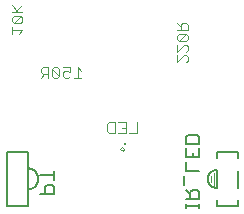
<source format=gbo>
G75*
%MOIN*%
%OFA0B0*%
%FSLAX24Y24*%
%IPPOS*%
%LPD*%
%AMOC8*
5,1,8,0,0,1.08239X$1,22.5*
%
%ADD10C,0.0040*%
%ADD11C,0.0030*%
%ADD12C,0.0025*%
%ADD13C,0.0098*%
%ADD14C,0.0060*%
%ADD15C,0.0020*%
%ADD16C,0.0050*%
D10*
X003743Y015028D02*
X003683Y015088D01*
X003683Y015328D01*
X003743Y015388D01*
X003923Y015388D01*
X003923Y015028D01*
X003743Y015028D01*
X004051Y015028D02*
X004292Y015028D01*
X004292Y015388D01*
X004051Y015388D01*
X004172Y015208D02*
X004292Y015208D01*
X004420Y015028D02*
X004660Y015028D01*
X004660Y015388D01*
X006010Y017388D02*
X006244Y017622D01*
X006302Y017622D01*
X006360Y017563D01*
X006360Y017447D01*
X006302Y017388D01*
X006010Y017388D02*
X006010Y017622D01*
X006010Y017747D02*
X006244Y017981D01*
X006302Y017981D01*
X006360Y017922D01*
X006360Y017806D01*
X006302Y017747D01*
X006010Y017747D02*
X006010Y017981D01*
X006068Y018106D02*
X006302Y018340D01*
X006068Y018340D01*
X006010Y018281D01*
X006010Y018165D01*
X006068Y018106D01*
X006302Y018106D01*
X006360Y018165D01*
X006360Y018281D01*
X006302Y018340D01*
X006360Y018465D02*
X006360Y018641D01*
X006302Y018699D01*
X006185Y018699D01*
X006127Y018641D01*
X006127Y018465D01*
X006010Y018465D02*
X006360Y018465D01*
X006127Y018582D02*
X006010Y018699D01*
X000850Y018758D02*
X000850Y018875D01*
X000792Y018933D01*
X000558Y018700D01*
X000500Y018758D01*
X000500Y018875D01*
X000558Y018933D01*
X000792Y018933D01*
X000850Y019059D02*
X000500Y019059D01*
X000617Y019059D02*
X000850Y019293D01*
X000675Y019117D02*
X000500Y019293D01*
X000558Y018700D02*
X000792Y018700D01*
X000850Y018758D01*
X000850Y018458D02*
X000500Y018458D01*
X000500Y018574D02*
X000500Y018341D01*
X000734Y018341D02*
X000850Y018458D01*
D11*
X001525Y017243D02*
X001463Y017182D01*
X001463Y017058D01*
X001525Y016997D01*
X001710Y016997D01*
X001587Y016997D02*
X001463Y016873D01*
X001710Y016873D02*
X001710Y017243D01*
X001525Y017243D01*
X001831Y017182D02*
X002078Y016935D01*
X002017Y016873D01*
X001893Y016873D01*
X001831Y016935D01*
X001831Y017182D01*
X001893Y017243D01*
X002017Y017243D01*
X002078Y017182D01*
X002078Y016935D01*
X002200Y016935D02*
X002262Y016873D01*
X002385Y016873D01*
X002447Y016935D01*
X002447Y017058D02*
X002323Y017120D01*
X002262Y017120D01*
X002200Y017058D01*
X002200Y016935D01*
X002447Y017058D02*
X002447Y017243D01*
X002200Y017243D01*
X002692Y017243D02*
X002692Y016873D01*
X002815Y016873D02*
X002568Y016873D01*
X002815Y017120D02*
X002692Y017243D01*
D12*
X004180Y014567D02*
X004121Y014508D01*
X004190Y014439D01*
X004249Y014498D01*
X004180Y014567D01*
D13*
X004288Y014666D03*
D14*
X000330Y014408D02*
X000330Y012608D01*
X001030Y012608D01*
X001030Y014408D01*
X000330Y014408D01*
X001030Y013858D02*
X001067Y013856D01*
X001103Y013850D01*
X001138Y013841D01*
X001172Y013828D01*
X001205Y013811D01*
X001236Y013791D01*
X001264Y013768D01*
X001290Y013742D01*
X001313Y013714D01*
X001333Y013683D01*
X001350Y013650D01*
X001363Y013616D01*
X001372Y013581D01*
X001378Y013545D01*
X001380Y013508D01*
X001378Y013471D01*
X001372Y013435D01*
X001363Y013400D01*
X001350Y013366D01*
X001333Y013333D01*
X001313Y013302D01*
X001290Y013274D01*
X001264Y013248D01*
X001236Y013225D01*
X001205Y013205D01*
X001172Y013188D01*
X001138Y013175D01*
X001103Y013166D01*
X001067Y013160D01*
X001030Y013158D01*
X007330Y013208D02*
X007330Y013808D01*
X007296Y013806D01*
X007263Y013800D01*
X007231Y013791D01*
X007200Y013778D01*
X007170Y013762D01*
X007143Y013743D01*
X007118Y013720D01*
X007095Y013695D01*
X007076Y013668D01*
X007060Y013638D01*
X007047Y013607D01*
X007038Y013575D01*
X007032Y013542D01*
X007030Y013508D01*
X007032Y013474D01*
X007038Y013441D01*
X007047Y013409D01*
X007060Y013378D01*
X007076Y013348D01*
X007095Y013321D01*
X007118Y013296D01*
X007143Y013273D01*
X007170Y013254D01*
X007200Y013238D01*
X007231Y013225D01*
X007263Y013216D01*
X007296Y013210D01*
X007330Y013208D01*
X007330Y012808D02*
X007330Y012608D01*
X008030Y012608D01*
X008030Y012808D01*
X008030Y013208D02*
X008030Y013758D01*
X008030Y014208D02*
X008030Y014408D01*
X007330Y014408D01*
X007330Y014208D01*
D15*
X007230Y013708D02*
X007230Y013308D01*
X007130Y013408D02*
X007130Y013608D01*
D16*
X006755Y013761D02*
X006305Y013761D01*
X006305Y014061D01*
X006305Y014221D02*
X006305Y014521D01*
X006305Y014682D02*
X006305Y014907D01*
X006380Y014982D01*
X006680Y014982D01*
X006755Y014907D01*
X006755Y014682D01*
X006305Y014682D01*
X006530Y014371D02*
X006530Y014221D01*
X006755Y014221D02*
X006305Y014221D01*
X006755Y014221D02*
X006755Y014521D01*
X006230Y013601D02*
X006230Y013300D01*
X006305Y013140D02*
X006455Y012990D01*
X006455Y013065D02*
X006455Y012840D01*
X006305Y012840D02*
X006755Y012840D01*
X006755Y013065D01*
X006680Y013140D01*
X006530Y013140D01*
X006455Y013065D01*
X006305Y012683D02*
X006305Y012533D01*
X006305Y012608D02*
X006755Y012608D01*
X006755Y012533D02*
X006755Y012683D01*
X001905Y013012D02*
X001905Y013238D01*
X001830Y013313D01*
X001680Y013313D01*
X001605Y013238D01*
X001605Y013012D01*
X001455Y013012D02*
X001905Y013012D01*
X001905Y013473D02*
X001905Y013773D01*
X001905Y013623D02*
X001455Y013623D01*
M02*

</source>
